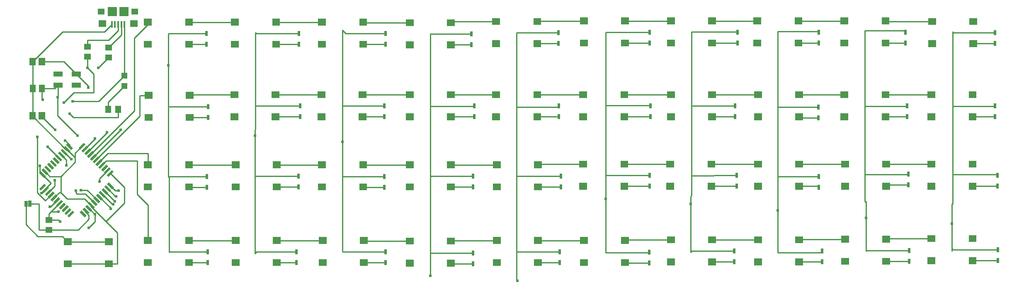
<source format=gtl>
G04 Layer: TopLayer*
G04 EasyEDA v6.4.32, 2022-03-07 19:42:49*
G04 6d175750cd924158a65b80fb6ee35e85,2ace594c3a204291bb7abb2ca186b691,10*
G04 Gerber Generator version 0.2*
G04 Scale: 100 percent, Rotated: No, Reflected: No *
G04 Dimensions in millimeters *
G04 leading zeros omitted , absolute positions ,4 integer and 5 decimal *
%FSLAX45Y45*%
%MOMM*%

%ADD10C,0.2540*%
%ADD11C,0.6096*%
%ADD12R,1.3005X1.5011*%
%ADD13R,0.5994X1.0008*%
%ADD14R,1.1989X1.1989*%
%ADD15R,1.4699X1.1600*%
%ADD18R,0.6350X1.2700*%
%ADD21R,1.6002X1.3995*%
%ADD22R,1.4503X1.3005*%
%ADD23R,1.8999X1.8999*%
%ADD24R,0.3988X1.3487*%
%ADD25R,1.8999X1.0998*%

%LPD*%
D10*
X2204872Y3270935D02*
G01*
X3111500Y4177563D01*
X3111500Y5664200D01*
X3389975Y5942675D01*
X3389975Y5990780D01*
X5167985Y5990795D02*
G01*
X4229978Y5990780D01*
X6007988Y5990795D02*
G01*
X6945993Y5990798D01*
X7785996Y5990798D02*
G01*
X7798699Y5978095D01*
X8736698Y5978095D01*
X9576676Y5978095D02*
G01*
X9602066Y6003485D01*
X10501975Y6003485D01*
X11341978Y6003485D02*
G01*
X11354683Y6016190D01*
X12292688Y6016190D01*
X13132691Y6016190D02*
G01*
X14070677Y6016185D01*
X14910816Y6016244D02*
G01*
X14910561Y6016244D01*
X14910681Y6016185D02*
G01*
X15835988Y6016190D01*
X18453999Y6016188D02*
G01*
X18466681Y6003505D01*
X19404683Y6003505D01*
X16675991Y6016190D02*
G01*
X17613995Y6016188D01*
X2319985Y3159785D02*
G01*
X3225800Y4065600D01*
X3225800Y4483100D01*
X3234898Y4492198D01*
X3402693Y4492198D01*
X2376677Y3105150D02*
G01*
X2573527Y3302000D01*
X3389884Y3300984D01*
X3389884Y3069844D01*
X2435097Y3048635D02*
G01*
X2536063Y3149600D01*
X3175000Y3149600D01*
X3175000Y2463800D01*
X3389995Y2248804D01*
X3389995Y1520403D01*
X1723440Y3375710D02*
G01*
X1036330Y4062821D01*
X1036330Y4076697D01*
X1036330Y4076697D02*
G01*
X1036320Y4635505D01*
X1036320Y4635505D02*
G01*
X1036314Y5181587D01*
X2223134Y2225802D02*
G01*
X2223134Y2221864D01*
X2768600Y1676400D01*
X2768600Y1041400D01*
X2764993Y1045006D01*
X2591688Y1045006D01*
X1751711Y1045006D02*
G01*
X2591688Y1045006D01*
X2591688Y1494993D02*
G01*
X1751685Y1494993D01*
X2847340Y5943600D02*
G01*
X2847340Y5730255D01*
X2590810Y5473725D01*
X2781300Y5943600D02*
G01*
X2781300Y5816600D01*
X2590800Y5626100D01*
X2159000Y5626100D01*
X2158982Y5486377D01*
X2111959Y2110689D02*
G01*
X2184400Y2038248D01*
X2184400Y1955800D01*
X1968525Y1739925D01*
X1371615Y1739925D01*
X980439Y2273300D02*
G01*
X1168400Y2273300D01*
X1168400Y1739900D01*
X1371600Y1739900D01*
X1751685Y1494993D02*
G01*
X1646478Y1600200D01*
X1143000Y1600200D01*
X899160Y1844039D01*
X899160Y2273300D01*
X1437878Y2137750D02*
G01*
X1371615Y2071486D01*
X1371615Y1943125D01*
X1584756Y2284628D02*
G01*
X1437878Y2137750D01*
X2908302Y4892032D02*
G01*
X2910840Y4894569D01*
X2910840Y5943600D01*
X2908302Y4683752D02*
G01*
X2578102Y4353552D01*
X2578102Y4203700D01*
X2651759Y5943600D02*
G01*
X2499359Y5791200D01*
X1651000Y5791200D01*
X1041387Y5181587D01*
X1036314Y5181587D01*
X2374900Y5054600D02*
G01*
X2590810Y5270510D01*
X2158982Y5283177D02*
G01*
X2159000Y5283159D01*
X2159000Y5054600D01*
X1528114Y2339314D02*
G01*
X1398600Y2209800D01*
X1384300Y2209800D01*
X1498600Y3784600D02*
G01*
X1224290Y4058909D01*
X1224290Y4076697D01*
X1244600Y4406900D02*
G01*
X1224279Y4427220D01*
X1224279Y4635505D01*
X1554479Y4699000D02*
G01*
X1490985Y4635505D01*
X1224279Y4635505D01*
X1224274Y5181587D02*
G01*
X1671332Y5181587D01*
X1925320Y4927600D01*
X1925320Y4927600D02*
G01*
X2171700Y4681220D01*
X2171700Y4648200D01*
X2019300Y2552700D02*
G01*
X2147900Y2552700D01*
X2346985Y2353614D01*
X18453999Y4504903D02*
G01*
X19391977Y4504893D01*
X16688701Y4504898D02*
G01*
X17613995Y4504903D01*
X14910691Y4504890D02*
G01*
X15848698Y4504898D01*
X13119991Y4504893D02*
G01*
X14070688Y4504890D01*
X11341999Y4504893D02*
G01*
X12279988Y4504893D01*
X9576678Y4504885D02*
G01*
X10501995Y4504893D01*
X7773291Y4504885D02*
G01*
X8736675Y4504885D01*
X5995283Y4504883D02*
G01*
X6933288Y4504885D01*
X4242696Y4492198D02*
G01*
X4255381Y4504883D01*
X5155280Y4504883D01*
X4229986Y3069788D02*
G01*
X5180688Y3069795D01*
X6020691Y3069795D02*
G01*
X6945985Y3069793D01*
X4229999Y1520403D02*
G01*
X5180695Y1520393D01*
X6020699Y1520393D02*
G01*
X6958688Y1520385D01*
X7785988Y3069793D02*
G01*
X8736698Y3069793D01*
X7798691Y1520385D02*
G01*
X7811381Y1507695D01*
X8736675Y1507695D01*
X9576678Y1507695D02*
G01*
X9589371Y1520388D01*
X10514683Y1520388D01*
X9576701Y3069793D02*
G01*
X10514695Y3069793D01*
X11354699Y3069793D02*
G01*
X11367399Y3082493D01*
X12279980Y3082493D01*
X11354686Y1520388D02*
G01*
X12292677Y1520385D01*
X13132681Y1520385D02*
G01*
X13145399Y1533103D01*
X14070677Y1533103D01*
X13119983Y3082493D02*
G01*
X14057980Y3082498D01*
X14897983Y3082498D02*
G01*
X15848683Y3082480D01*
X16688691Y1533085D02*
G01*
X16701394Y1545788D01*
X17626690Y1545788D01*
X18466694Y1545788D02*
G01*
X18479394Y1558488D01*
X19391975Y1558488D01*
X19391988Y3082483D02*
G01*
X18466686Y3082485D01*
X17626683Y3082485D02*
G01*
X16688686Y3082480D01*
X2276043Y3227171D02*
G01*
X2387600Y3338728D01*
X2387600Y3340100D01*
X3810000Y5105400D02*
G01*
X3810000Y5753100D01*
X3817607Y5760707D01*
X4584705Y5760707D01*
X4229861Y5540755D02*
G01*
X4584700Y5542279D01*
X4242815Y4042155D02*
G01*
X4622800Y4043679D01*
X3810000Y5105400D02*
G01*
X3810000Y4267200D01*
X3815079Y4262120D01*
X4622800Y4262120D01*
X4230115Y1070355D02*
G01*
X4610100Y1071879D01*
X3810000Y4267200D02*
G01*
X3810000Y2819400D01*
X3817620Y2827020D01*
X4597400Y2827020D01*
X3817620Y2827020D02*
G01*
X3822700Y2821939D01*
X3822700Y1282700D01*
X3830320Y1290320D01*
X4610100Y1290320D01*
X4229986Y2619801D02*
G01*
X4241208Y2608579D01*
X4597400Y2608579D01*
X14910681Y1533103D02*
G01*
X15848688Y1533085D01*
X2623997Y2640456D02*
G01*
X2724454Y2540000D01*
X2794000Y2540000D01*
X2569311Y2583814D02*
G01*
X2727426Y2425700D01*
X2743200Y2425700D01*
X2512847Y2525369D02*
G01*
X2714116Y2324100D01*
X2717800Y2324100D01*
X16256000Y2133600D02*
G01*
X16256000Y2400300D01*
X2458135Y2468727D02*
G01*
X2666263Y2260600D01*
X2679700Y2260600D01*
X18059400Y1981200D02*
G01*
X18059400Y2324100D01*
X2401671Y2410256D02*
G01*
X2628900Y2183028D01*
X2628900Y2171700D01*
X19812000Y1866900D02*
G01*
X19812000Y2273300D01*
X2276093Y3227070D02*
G01*
X2832100Y3784600D01*
X2160930Y3338347D02*
G01*
X2552700Y3730117D01*
X2552700Y3733800D01*
X2102459Y3394811D02*
G01*
X2311400Y3603752D01*
X2311400Y3606800D01*
X7366000Y3543300D02*
G01*
X7366000Y3784600D01*
X5575300Y3670300D02*
G01*
X5575300Y1257300D01*
X5608317Y1290317D01*
X6426200Y1290317D01*
X6020815Y1070355D02*
G01*
X6426200Y1071879D01*
X6020815Y2619755D02*
G01*
X6464300Y2621279D01*
X6464300Y2839720D02*
G01*
X5575300Y2840736D01*
X6502400Y4274820D02*
G01*
X5588000Y4276852D01*
X5995161Y4054855D02*
G01*
X6502400Y4056379D01*
X6008115Y5540755D02*
G01*
X6477000Y5542279D01*
X5575300Y3670300D02*
G01*
X5575300Y3784600D01*
X5588000Y3797300D01*
X5588000Y5778500D01*
X5605790Y5760709D01*
X6477010Y5760709D01*
X7366000Y3543300D02*
G01*
X7366000Y1295400D01*
X7371069Y1290330D01*
X8242287Y1290330D01*
X7798815Y1070355D02*
G01*
X8242300Y1071879D01*
X7785988Y2619806D02*
G01*
X7797213Y2608582D01*
X8216892Y2608582D01*
X8216900Y2827020D02*
G01*
X7366000Y2825750D01*
X7773415Y4054855D02*
G01*
X8216900Y4056379D01*
X7366000Y4278688D02*
G01*
X7369868Y4274820D01*
X8216907Y4274820D01*
X7786115Y5540755D02*
G01*
X8242300Y5542279D01*
X7366000Y3543300D02*
G01*
X7366000Y5829300D01*
X7434592Y5760707D01*
X8242302Y5760707D01*
X1679676Y3329939D02*
G01*
X1821916Y3187700D01*
X1828800Y3187700D01*
X2292299Y2296972D02*
G01*
X2112772Y2476500D01*
X1943100Y2476500D01*
X1917700Y2501900D01*
X1917700Y2540000D01*
X1549400Y4457700D02*
G01*
X1554479Y4462779D01*
X1554479Y4699000D01*
X1624964Y3273297D02*
G01*
X1727200Y3171062D01*
X1727200Y3060700D01*
X14478000Y2273300D02*
G01*
X14478000Y2425700D01*
X14490700Y2438400D01*
X14490700Y5791200D01*
X19812000Y1866900D02*
G01*
X19812000Y1308100D01*
X9576561Y5528055D02*
G01*
X9994900Y5529579D01*
X9156700Y800100D02*
G01*
X9156700Y5753100D01*
X9161779Y5748020D01*
X9994889Y5748020D01*
X9576561Y4054855D02*
G01*
X10058400Y4056379D01*
X10058405Y4274809D02*
G01*
X10052133Y4268538D01*
X9156700Y4268538D01*
X9576815Y2619755D02*
G01*
X10033000Y2621279D01*
X9156700Y2823679D02*
G01*
X9172735Y2839714D01*
X10032992Y2839714D01*
X10033000Y1264920D02*
G01*
X9156700Y1267205D01*
X9576678Y1057709D02*
G01*
X9587908Y1046479D01*
X10032997Y1046479D01*
X11354561Y1070355D02*
G01*
X11798300Y1071879D01*
X11798305Y1290322D02*
G01*
X11793075Y1285092D01*
X10922000Y1285092D01*
X11354815Y2619755D02*
G01*
X11823700Y2621279D01*
X11823710Y2839725D02*
G01*
X11820921Y2842513D01*
X10922000Y2842513D01*
X11342115Y4054855D02*
G01*
X11785600Y4056379D01*
X11785605Y4274809D02*
G01*
X11766649Y4255853D01*
X10922000Y4255853D01*
X10934700Y698500D02*
G01*
X10922000Y711200D01*
X10922000Y5778500D01*
X10927087Y5773412D01*
X11772897Y5773412D01*
X11341861Y5553455D02*
G01*
X11772900Y5554979D01*
X12738100Y2374900D02*
G01*
X12738100Y5778500D01*
X12745714Y5786114D01*
X13639794Y5786114D01*
X13639800Y5567679D02*
G01*
X13132816Y5566155D01*
X13652510Y4274822D02*
G01*
X13644628Y4282704D01*
X12738100Y4282704D01*
X13652500Y4056379D02*
G01*
X13120116Y4054855D01*
X13639800Y2633979D02*
G01*
X13119861Y2632455D01*
X13639800Y2852420D02*
G01*
X12738100Y2852928D01*
X13627102Y1277625D02*
G01*
X13619477Y1270000D01*
X12738100Y1270000D01*
X12738100Y2374900D01*
X13132681Y1070399D02*
G01*
X13143895Y1059185D01*
X13627102Y1059185D01*
X14910561Y1083055D02*
G01*
X15367000Y1084579D01*
X14478000Y2273300D02*
G01*
X14478000Y1282664D01*
X14498365Y1303030D01*
X15367007Y1303030D01*
X14897861Y2632455D02*
G01*
X15417800Y2633979D01*
X15417800Y2852420D02*
G01*
X14490700Y2850642D01*
X14910816Y4054855D02*
G01*
X15379700Y4056379D01*
X15379689Y4274827D02*
G01*
X15374617Y4279900D01*
X14490700Y4279900D01*
X15430500Y5567679D02*
G01*
X14910561Y5566155D01*
X15430505Y5786130D02*
G01*
X15425435Y5791200D01*
X14490700Y5791200D01*
X17094192Y5786112D02*
G01*
X17076404Y5803900D01*
X16256000Y5803900D01*
X16256000Y2133600D01*
X16676116Y5566155D02*
G01*
X17094200Y5567679D01*
X17081505Y4249417D02*
G01*
X17076422Y4254500D01*
X16243300Y4254500D01*
X16688701Y4054911D02*
G01*
X16712636Y4030977D01*
X17081505Y4030977D01*
X17094189Y2608579D02*
G01*
X17070250Y2632519D01*
X16688686Y2632519D01*
X17094200Y2827020D02*
G01*
X16256000Y2829052D01*
X17157707Y1303007D02*
G01*
X17124700Y1270000D01*
X16256000Y1270000D01*
X16256000Y2133600D01*
X16688816Y1083055D02*
G01*
X17157700Y1084579D01*
X18466816Y1095755D02*
G01*
X18935700Y1097279D01*
X18059400Y1981200D02*
G01*
X18059400Y1308100D01*
X18067032Y1315732D01*
X18935697Y1315732D01*
X18466686Y2632499D02*
G01*
X18493559Y2659372D01*
X18922997Y2659372D01*
X18922997Y2877812D02*
G01*
X18920020Y2874835D01*
X18034000Y2874835D01*
X18454116Y4054855D02*
G01*
X18897600Y4056379D01*
X18897589Y4274832D02*
G01*
X18894592Y4271835D01*
X18034000Y4271835D01*
X18454116Y5566155D02*
G01*
X18859500Y5567679D01*
X18859489Y5786120D02*
G01*
X18829009Y5816600D01*
X18034000Y5816600D01*
X18034000Y2322222D01*
X18059400Y2296822D01*
X18059400Y1981200D01*
X19812000Y1866900D02*
G01*
X19812000Y2258791D01*
X19824700Y2271491D01*
X19824700Y5791200D01*
X19842477Y5773422D01*
X20688300Y5773422D01*
X20244561Y5553455D02*
G01*
X20688300Y5554979D01*
X20688289Y4274822D02*
G01*
X20681342Y4267875D01*
X19824700Y4267875D01*
X20231861Y4054855D02*
G01*
X20688300Y4056379D01*
X20232116Y2632455D02*
G01*
X20739100Y2633979D01*
X20739100Y2852409D02*
G01*
X20720634Y2870875D01*
X19824700Y2870875D01*
X20231861Y1108455D02*
G01*
X20751800Y1109979D01*
X19812000Y1356281D02*
G01*
X19839868Y1328412D01*
X20751792Y1328412D01*
X1485900Y2755900D02*
G01*
X1485900Y2634716D01*
X1356360Y2505176D01*
X1955800Y3670300D02*
G01*
X1549400Y4076700D01*
X1549400Y4457700D01*
X2181123Y2181860D02*
G01*
X2305583Y2057400D01*
X2311400Y2057400D01*
X2400300Y2730500D02*
G01*
X2400300Y2787548D01*
X2562910Y2950159D01*
X2619552Y2895472D02*
G01*
X2908300Y2606725D01*
X2908300Y2287148D01*
X2533075Y1911924D01*
X2311400Y2057400D02*
G01*
X2311400Y1905000D01*
X2184400Y1778000D01*
X1600200Y1905000D02*
G01*
X1562074Y1943125D01*
X1371615Y1943125D01*
X1471472Y2394000D02*
G01*
X1579371Y2501900D01*
X1612900Y2501900D01*
X1739900Y2374900D01*
X2099436Y2374900D01*
X2235834Y2238502D01*
X1291488Y2927959D02*
G01*
X1387347Y2832100D01*
X1612900Y2832100D01*
X1612900Y2501900D01*
X1736140Y3388410D02*
G01*
X1905000Y3219551D01*
X1905000Y3308654D01*
X2045843Y3449497D01*
X1905000Y3243488D02*
G01*
X1905000Y3124200D01*
X1612900Y2832100D01*
X1236802Y2871343D02*
G01*
X1409700Y2698445D01*
X1409700Y2692400D01*
X1297889Y2580589D01*
X1297889Y2561640D01*
X1413002Y2450464D02*
G01*
X1409064Y2450464D01*
X1295400Y2336800D01*
X1130300Y2501900D01*
X1130300Y3644900D01*
X1676400Y4343400D02*
G01*
X1879600Y4546600D01*
X2286000Y4546600D01*
X2286000Y4927600D01*
X2159000Y5054600D01*
X1297889Y2561640D02*
G01*
X1225448Y2489200D01*
X1219200Y2489200D01*
X1562100Y2108200D02*
G01*
X1409192Y2109215D01*
X1236802Y2871343D02*
G01*
X1181100Y2927045D01*
X1181100Y3048000D01*
X1701800Y3568700D02*
G01*
X1790827Y3479672D01*
X1790827Y3445052D01*
X1568500Y3214827D02*
G01*
X1346200Y3437128D01*
X1346200Y3441700D01*
X1790700Y4114800D02*
G01*
X1866900Y4038600D01*
X2781300Y4038600D01*
X2781302Y4203700D01*
X1854200Y4368800D02*
G01*
X2385070Y4368800D01*
X2908302Y4892032D01*
G36*
X971295Y5256656D02*
G01*
X1101344Y5256656D01*
X1101344Y5106543D01*
X971295Y5106543D01*
G37*
G36*
X1159255Y5256656D02*
G01*
X1289304Y5256656D01*
X1289304Y5106543D01*
X1159255Y5106543D01*
G37*
D12*
G01*
X1224279Y4635500D03*
G01*
X1036320Y4635500D03*
G36*
X971295Y4151756D02*
G01*
X1101344Y4151756D01*
X1101344Y4001643D01*
X971295Y4001643D01*
G37*
G36*
X1159255Y4151756D02*
G01*
X1289304Y4151756D01*
X1289304Y4001643D01*
X1159255Y4001643D01*
G37*
D13*
G01*
X4584700Y5760720D03*
G01*
X4584700Y5542279D03*
G01*
X4622800Y4262120D03*
G01*
X4622800Y4043679D03*
G01*
X4597400Y2827020D03*
G01*
X4597400Y2608579D03*
G01*
X4610100Y1290320D03*
G01*
X4610100Y1071879D03*
G01*
X6477000Y5760720D03*
G01*
X6477000Y5542279D03*
G01*
X6502400Y4274820D03*
G01*
X6502400Y4056379D03*
G01*
X6464300Y2839720D03*
G01*
X6464300Y2621279D03*
G01*
X6426200Y1290320D03*
G01*
X6426200Y1071879D03*
G01*
X8242300Y5760720D03*
G01*
X8242300Y5542279D03*
G01*
X8216900Y4274820D03*
G01*
X8216900Y4056379D03*
G01*
X8216900Y2827020D03*
G01*
X8216900Y2608579D03*
G01*
X8242300Y1290320D03*
G01*
X8242300Y1071879D03*
G01*
X9994900Y5748020D03*
G01*
X9994900Y5529579D03*
G01*
X10058400Y4274820D03*
G01*
X10058400Y4056379D03*
G01*
X10033000Y2839720D03*
G01*
X10033000Y2621279D03*
G01*
X10033000Y1264920D03*
G01*
X10033000Y1046479D03*
G01*
X11772900Y5773420D03*
G01*
X11772900Y5554979D03*
G01*
X11785600Y4274820D03*
G01*
X11785600Y4056379D03*
G01*
X11823700Y2839720D03*
G01*
X11823700Y2621279D03*
G01*
X11798300Y1290320D03*
G01*
X11798300Y1071879D03*
G01*
X13639800Y5786120D03*
G01*
X13639800Y5567679D03*
G01*
X13652500Y4274820D03*
G01*
X13652500Y4056379D03*
G01*
X13639800Y2852420D03*
G01*
X13639800Y2633979D03*
G01*
X13627100Y1277620D03*
G01*
X13627100Y1059179D03*
G01*
X15430500Y5786120D03*
G01*
X15430500Y5567679D03*
G01*
X15379700Y4274820D03*
G01*
X15379700Y4056379D03*
G01*
X15417800Y2852420D03*
G01*
X15417800Y2633979D03*
G01*
X15367000Y1303020D03*
G01*
X15367000Y1084579D03*
G01*
X17094200Y5786120D03*
G01*
X17094200Y5567679D03*
G01*
X17081500Y4249420D03*
G01*
X17081500Y4030979D03*
G01*
X17094200Y2827020D03*
G01*
X17094200Y2608579D03*
G01*
X17157700Y1303020D03*
G01*
X17157700Y1084579D03*
G01*
X18859500Y5786120D03*
G01*
X18859500Y5567679D03*
G01*
X18897600Y4274820D03*
G01*
X18897600Y4056379D03*
G01*
X18923000Y2877820D03*
G01*
X18923000Y2659379D03*
G01*
X18935700Y1315720D03*
G01*
X18935700Y1097279D03*
G01*
X20688300Y5773420D03*
G01*
X20688300Y5554979D03*
G01*
X20688300Y4274820D03*
G01*
X20688300Y4056379D03*
G01*
X20739100Y2852420D03*
G01*
X20739100Y2633979D03*
G01*
X20751800Y1328420D03*
G01*
X20751800Y1109979D03*
D14*
G01*
X2908300Y4683760D03*
G01*
X2908300Y4892039D03*
D15*
G01*
X2590825Y5270500D03*
G01*
X2590825Y5473700D03*
G01*
X2159000Y5486374D03*
G01*
X2159000Y5283174D03*
G01*
X1371625Y1739900D03*
G01*
X1371625Y1943100D03*
G36*
X2520111Y4277182D02*
G01*
X2636113Y4277182D01*
X2636113Y4130192D01*
X2520111Y4130192D01*
G37*
G36*
X2723311Y4277182D02*
G01*
X2839313Y4277182D01*
X2839313Y4130192D01*
X2723311Y4130192D01*
G37*
G36*
X1671701Y1115009D02*
G01*
X1831695Y1115009D01*
X1831695Y975004D01*
X1671701Y975004D01*
G37*
G36*
X2511679Y1115009D02*
G01*
X2671699Y1115009D01*
X2671699Y975004D01*
X2511679Y975004D01*
G37*
G36*
X1671675Y1564995D02*
G01*
X1831695Y1564995D01*
X1831695Y1424990D01*
X1671675Y1424990D01*
G37*
G36*
X2511679Y1564995D02*
G01*
X2671699Y1564995D01*
X2671699Y1424990D01*
X2511679Y1424990D01*
G37*
G36*
X3310000Y5610809D02*
G01*
X3469995Y5610809D01*
X3469995Y5470804D01*
X3310000Y5470804D01*
G37*
G36*
X4149979Y5610809D02*
G01*
X4309999Y5610809D01*
X4309999Y5470804D01*
X4149979Y5470804D01*
G37*
G36*
X3309975Y6060795D02*
G01*
X3469995Y6060795D01*
X3469995Y5920790D01*
X3309975Y5920790D01*
G37*
G36*
X4149979Y6060795D02*
G01*
X4309999Y6060795D01*
X4309999Y5920790D01*
X4149979Y5920790D01*
G37*
G36*
X3322700Y4112209D02*
G01*
X3482695Y4112209D01*
X3482695Y3972204D01*
X3322700Y3972204D01*
G37*
G36*
X4162679Y4112209D02*
G01*
X4322699Y4112209D01*
X4322699Y3972204D01*
X4162679Y3972204D01*
G37*
G36*
X3322675Y4562195D02*
G01*
X3482695Y4562195D01*
X3482695Y4422190D01*
X3322675Y4422190D01*
G37*
G36*
X4162679Y4562195D02*
G01*
X4322699Y4562195D01*
X4322699Y4422190D01*
X4162679Y4422190D01*
G37*
G36*
X3310000Y2689809D02*
G01*
X3469995Y2689809D01*
X3469995Y2549804D01*
X3310000Y2549804D01*
G37*
G36*
X4149979Y2689809D02*
G01*
X4309999Y2689809D01*
X4309999Y2549804D01*
X4149979Y2549804D01*
G37*
G36*
X3309975Y3139795D02*
G01*
X3469995Y3139795D01*
X3469995Y2999790D01*
X3309975Y2999790D01*
G37*
G36*
X4149979Y3139795D02*
G01*
X4309999Y3139795D01*
X4309999Y2999790D01*
X4149979Y2999790D01*
G37*
G36*
X3310000Y1140409D02*
G01*
X3469995Y1140409D01*
X3469995Y1000404D01*
X3310000Y1000404D01*
G37*
G36*
X4149979Y1140409D02*
G01*
X4309999Y1140409D01*
X4309999Y1000404D01*
X4149979Y1000404D01*
G37*
G36*
X3309975Y1590395D02*
G01*
X3469995Y1590395D01*
X3469995Y1450390D01*
X3309975Y1450390D01*
G37*
G36*
X4149979Y1590395D02*
G01*
X4309999Y1590395D01*
X4309999Y1450390D01*
X4149979Y1450390D01*
G37*
G36*
X5088000Y5610809D02*
G01*
X5247995Y5610809D01*
X5247995Y5470804D01*
X5088000Y5470804D01*
G37*
G36*
X5927979Y5610809D02*
G01*
X6087999Y5610809D01*
X6087999Y5470804D01*
X5927979Y5470804D01*
G37*
G36*
X5087975Y6060795D02*
G01*
X5247995Y6060795D01*
X5247995Y5920790D01*
X5087975Y5920790D01*
G37*
G36*
X5927979Y6060795D02*
G01*
X6087999Y6060795D01*
X6087999Y5920790D01*
X5927979Y5920790D01*
G37*
G36*
X5075300Y4124909D02*
G01*
X5235295Y4124909D01*
X5235295Y3984904D01*
X5075300Y3984904D01*
G37*
G36*
X5915279Y4124909D02*
G01*
X6075299Y4124909D01*
X6075299Y3984904D01*
X5915279Y3984904D01*
G37*
G36*
X5075275Y4574895D02*
G01*
X5235295Y4574895D01*
X5235295Y4434890D01*
X5075275Y4434890D01*
G37*
G36*
X5915279Y4574895D02*
G01*
X6075299Y4574895D01*
X6075299Y4434890D01*
X5915279Y4434890D01*
G37*
G36*
X5100700Y2689809D02*
G01*
X5260695Y2689809D01*
X5260695Y2549804D01*
X5100700Y2549804D01*
G37*
G36*
X5940679Y2689809D02*
G01*
X6100699Y2689809D01*
X6100699Y2549804D01*
X5940679Y2549804D01*
G37*
G36*
X5100675Y3139795D02*
G01*
X5260695Y3139795D01*
X5260695Y2999790D01*
X5100675Y2999790D01*
G37*
G36*
X5940679Y3139795D02*
G01*
X6100699Y3139795D01*
X6100699Y2999790D01*
X5940679Y2999790D01*
G37*
G36*
X5100700Y1140409D02*
G01*
X5260695Y1140409D01*
X5260695Y1000404D01*
X5100700Y1000404D01*
G37*
G36*
X5940679Y1140409D02*
G01*
X6100699Y1140409D01*
X6100699Y1000404D01*
X5940679Y1000404D01*
G37*
G36*
X5100675Y1590395D02*
G01*
X5260695Y1590395D01*
X5260695Y1450390D01*
X5100675Y1450390D01*
G37*
G36*
X5940679Y1590395D02*
G01*
X6100699Y1590395D01*
X6100699Y1450390D01*
X5940679Y1450390D01*
G37*
G36*
X6866000Y5610809D02*
G01*
X7025995Y5610809D01*
X7025995Y5470804D01*
X6866000Y5470804D01*
G37*
G36*
X7705979Y5610809D02*
G01*
X7865999Y5610809D01*
X7865999Y5470804D01*
X7705979Y5470804D01*
G37*
G36*
X6865975Y6060795D02*
G01*
X7025995Y6060795D01*
X7025995Y5920790D01*
X6865975Y5920790D01*
G37*
G36*
X7705979Y6060795D02*
G01*
X7865999Y6060795D01*
X7865999Y5920790D01*
X7705979Y5920790D01*
G37*
G36*
X6853300Y4124909D02*
G01*
X7013295Y4124909D01*
X7013295Y3984904D01*
X6853300Y3984904D01*
G37*
G36*
X7693279Y4124909D02*
G01*
X7853299Y4124909D01*
X7853299Y3984904D01*
X7693279Y3984904D01*
G37*
G36*
X6853275Y4574895D02*
G01*
X7013295Y4574895D01*
X7013295Y4434890D01*
X6853275Y4434890D01*
G37*
G36*
X7693279Y4574895D02*
G01*
X7853299Y4574895D01*
X7853299Y4434890D01*
X7693279Y4434890D01*
G37*
G36*
X6866000Y2689809D02*
G01*
X7025995Y2689809D01*
X7025995Y2549804D01*
X6866000Y2549804D01*
G37*
G36*
X7705979Y2689809D02*
G01*
X7865999Y2689809D01*
X7865999Y2549804D01*
X7705979Y2549804D01*
G37*
G36*
X6865975Y3139795D02*
G01*
X7025995Y3139795D01*
X7025995Y2999790D01*
X6865975Y2999790D01*
G37*
G36*
X7705979Y3139795D02*
G01*
X7865999Y3139795D01*
X7865999Y2999790D01*
X7705979Y2999790D01*
G37*
G36*
X6878700Y1140409D02*
G01*
X7038695Y1140409D01*
X7038695Y1000404D01*
X6878700Y1000404D01*
G37*
G36*
X7718679Y1140409D02*
G01*
X7878699Y1140409D01*
X7878699Y1000404D01*
X7718679Y1000404D01*
G37*
G36*
X6878675Y1590395D02*
G01*
X7038695Y1590395D01*
X7038695Y1450390D01*
X6878675Y1450390D01*
G37*
G36*
X7718679Y1590395D02*
G01*
X7878699Y1590395D01*
X7878699Y1450390D01*
X7718679Y1450390D01*
G37*
G36*
X8656700Y5598109D02*
G01*
X8816695Y5598109D01*
X8816695Y5458104D01*
X8656700Y5458104D01*
G37*
G36*
X9496679Y5598109D02*
G01*
X9656699Y5598109D01*
X9656699Y5458104D01*
X9496679Y5458104D01*
G37*
G36*
X8656675Y6048095D02*
G01*
X8816695Y6048095D01*
X8816695Y5908090D01*
X8656675Y5908090D01*
G37*
G36*
X9496679Y6048095D02*
G01*
X9656699Y6048095D01*
X9656699Y5908090D01*
X9496679Y5908090D01*
G37*
G36*
X8656700Y4124909D02*
G01*
X8816695Y4124909D01*
X8816695Y3984904D01*
X8656700Y3984904D01*
G37*
G36*
X9496679Y4124909D02*
G01*
X9656699Y4124909D01*
X9656699Y3984904D01*
X9496679Y3984904D01*
G37*
G36*
X8656675Y4574895D02*
G01*
X8816695Y4574895D01*
X8816695Y4434890D01*
X8656675Y4434890D01*
G37*
G36*
X9496679Y4574895D02*
G01*
X9656699Y4574895D01*
X9656699Y4434890D01*
X9496679Y4434890D01*
G37*
G36*
X8656700Y2689809D02*
G01*
X8816695Y2689809D01*
X8816695Y2549804D01*
X8656700Y2549804D01*
G37*
G36*
X9496679Y2689809D02*
G01*
X9656699Y2689809D01*
X9656699Y2549804D01*
X9496679Y2549804D01*
G37*
G36*
X8656675Y3139795D02*
G01*
X8816695Y3139795D01*
X8816695Y2999790D01*
X8656675Y2999790D01*
G37*
G36*
X9496679Y3139795D02*
G01*
X9656699Y3139795D01*
X9656699Y2999790D01*
X9496679Y2999790D01*
G37*
G36*
X8656700Y1127709D02*
G01*
X8816695Y1127709D01*
X8816695Y987704D01*
X8656700Y987704D01*
G37*
G36*
X9496679Y1127709D02*
G01*
X9656699Y1127709D01*
X9656699Y987704D01*
X9496679Y987704D01*
G37*
G36*
X8656675Y1577695D02*
G01*
X8816695Y1577695D01*
X8816695Y1437690D01*
X8656675Y1437690D01*
G37*
G36*
X9496679Y1577695D02*
G01*
X9656699Y1577695D01*
X9656699Y1437690D01*
X9496679Y1437690D01*
G37*
G36*
X10422000Y5623509D02*
G01*
X10581995Y5623509D01*
X10581995Y5483504D01*
X10422000Y5483504D01*
G37*
G36*
X11261979Y5623509D02*
G01*
X11421999Y5623509D01*
X11421999Y5483504D01*
X11261979Y5483504D01*
G37*
G36*
X10421975Y6073495D02*
G01*
X10581995Y6073495D01*
X10581995Y5933490D01*
X10421975Y5933490D01*
G37*
G36*
X11261979Y6073495D02*
G01*
X11421999Y6073495D01*
X11421999Y5933490D01*
X11261979Y5933490D01*
G37*
G36*
X10422000Y4124909D02*
G01*
X10581995Y4124909D01*
X10581995Y3984904D01*
X10422000Y3984904D01*
G37*
G36*
X11261979Y4124909D02*
G01*
X11421999Y4124909D01*
X11421999Y3984904D01*
X11261979Y3984904D01*
G37*
G36*
X10421975Y4574895D02*
G01*
X10581995Y4574895D01*
X10581995Y4434890D01*
X10421975Y4434890D01*
G37*
G36*
X11261979Y4574895D02*
G01*
X11421999Y4574895D01*
X11421999Y4434890D01*
X11261979Y4434890D01*
G37*
G36*
X10434700Y2689809D02*
G01*
X10594695Y2689809D01*
X10594695Y2549804D01*
X10434700Y2549804D01*
G37*
G36*
X11274679Y2689809D02*
G01*
X11434699Y2689809D01*
X11434699Y2549804D01*
X11274679Y2549804D01*
G37*
G36*
X10434675Y3139795D02*
G01*
X10594695Y3139795D01*
X10594695Y2999790D01*
X10434675Y2999790D01*
G37*
G36*
X11274679Y3139795D02*
G01*
X11434699Y3139795D01*
X11434699Y2999790D01*
X11274679Y2999790D01*
G37*
G36*
X10434700Y1140409D02*
G01*
X10594695Y1140409D01*
X10594695Y1000404D01*
X10434700Y1000404D01*
G37*
G36*
X11274679Y1140409D02*
G01*
X11434699Y1140409D01*
X11434699Y1000404D01*
X11274679Y1000404D01*
G37*
G36*
X10434675Y1590395D02*
G01*
X10594695Y1590395D01*
X10594695Y1450390D01*
X10434675Y1450390D01*
G37*
G36*
X11274679Y1590395D02*
G01*
X11434699Y1590395D01*
X11434699Y1450390D01*
X11274679Y1450390D01*
G37*
G36*
X12212700Y5636209D02*
G01*
X12372695Y5636209D01*
X12372695Y5496204D01*
X12212700Y5496204D01*
G37*
G36*
X13052679Y5636209D02*
G01*
X13212699Y5636209D01*
X13212699Y5496204D01*
X13052679Y5496204D01*
G37*
G36*
X12212675Y6086195D02*
G01*
X12372695Y6086195D01*
X12372695Y5946190D01*
X12212675Y5946190D01*
G37*
G36*
X13052679Y6086195D02*
G01*
X13212699Y6086195D01*
X13212699Y5946190D01*
X13052679Y5946190D01*
G37*
G36*
X12200000Y4124909D02*
G01*
X12359995Y4124909D01*
X12359995Y3984904D01*
X12200000Y3984904D01*
G37*
G36*
X13039979Y4124909D02*
G01*
X13199999Y4124909D01*
X13199999Y3984904D01*
X13039979Y3984904D01*
G37*
G36*
X12199975Y4574895D02*
G01*
X12359995Y4574895D01*
X12359995Y4434890D01*
X12199975Y4434890D01*
G37*
G36*
X13039979Y4574895D02*
G01*
X13199999Y4574895D01*
X13199999Y4434890D01*
X13039979Y4434890D01*
G37*
G36*
X12200000Y2702509D02*
G01*
X12359995Y2702509D01*
X12359995Y2562504D01*
X12200000Y2562504D01*
G37*
G36*
X13039979Y2702509D02*
G01*
X13199999Y2702509D01*
X13199999Y2562504D01*
X13039979Y2562504D01*
G37*
G36*
X12199975Y3152495D02*
G01*
X12359995Y3152495D01*
X12359995Y3012490D01*
X12199975Y3012490D01*
G37*
G36*
X13039979Y3152495D02*
G01*
X13199999Y3152495D01*
X13199999Y3012490D01*
X13039979Y3012490D01*
G37*
G36*
X12212700Y1140409D02*
G01*
X12372695Y1140409D01*
X12372695Y1000404D01*
X12212700Y1000404D01*
G37*
G36*
X13052679Y1140409D02*
G01*
X13212699Y1140409D01*
X13212699Y1000404D01*
X13052679Y1000404D01*
G37*
G36*
X12212675Y1590395D02*
G01*
X12372695Y1590395D01*
X12372695Y1450390D01*
X12212675Y1450390D01*
G37*
G36*
X13052679Y1590395D02*
G01*
X13212699Y1590395D01*
X13212699Y1450390D01*
X13052679Y1450390D01*
G37*
G36*
X13990700Y5636209D02*
G01*
X14150695Y5636209D01*
X14150695Y5496204D01*
X13990700Y5496204D01*
G37*
G36*
X14830679Y5636209D02*
G01*
X14990699Y5636209D01*
X14990699Y5496204D01*
X14830679Y5496204D01*
G37*
G36*
X13990675Y6086195D02*
G01*
X14150695Y6086195D01*
X14150695Y5946190D01*
X13990675Y5946190D01*
G37*
G36*
X14830679Y6086195D02*
G01*
X14990699Y6086195D01*
X14990699Y5946190D01*
X14830679Y5946190D01*
G37*
G36*
X13990700Y4124909D02*
G01*
X14150695Y4124909D01*
X14150695Y3984904D01*
X13990700Y3984904D01*
G37*
G36*
X14830679Y4124909D02*
G01*
X14990699Y4124909D01*
X14990699Y3984904D01*
X14830679Y3984904D01*
G37*
G36*
X13990675Y4574895D02*
G01*
X14150695Y4574895D01*
X14150695Y4434890D01*
X13990675Y4434890D01*
G37*
G36*
X14830679Y4574895D02*
G01*
X14990699Y4574895D01*
X14990699Y4434890D01*
X14830679Y4434890D01*
G37*
G36*
X13978000Y2702509D02*
G01*
X14137995Y2702509D01*
X14137995Y2562504D01*
X13978000Y2562504D01*
G37*
G36*
X14817979Y2702509D02*
G01*
X14977999Y2702509D01*
X14977999Y2562504D01*
X14817979Y2562504D01*
G37*
G36*
X13977975Y3152495D02*
G01*
X14137995Y3152495D01*
X14137995Y3012490D01*
X13977975Y3012490D01*
G37*
G36*
X14817979Y3152495D02*
G01*
X14977999Y3152495D01*
X14977999Y3012490D01*
X14817979Y3012490D01*
G37*
G36*
X13990700Y1153109D02*
G01*
X14150695Y1153109D01*
X14150695Y1013104D01*
X13990700Y1013104D01*
G37*
G36*
X14830679Y1153109D02*
G01*
X14990699Y1153109D01*
X14990699Y1013104D01*
X14830679Y1013104D01*
G37*
G36*
X13990675Y1603095D02*
G01*
X14150695Y1603095D01*
X14150695Y1463090D01*
X13990675Y1463090D01*
G37*
G36*
X14830679Y1603095D02*
G01*
X14990699Y1603095D01*
X14990699Y1463090D01*
X14830679Y1463090D01*
G37*
G36*
X15756000Y5636209D02*
G01*
X15915995Y5636209D01*
X15915995Y5496204D01*
X15756000Y5496204D01*
G37*
G36*
X16595979Y5636209D02*
G01*
X16755999Y5636209D01*
X16755999Y5496204D01*
X16595979Y5496204D01*
G37*
G36*
X15755975Y6086195D02*
G01*
X15915995Y6086195D01*
X15915995Y5946190D01*
X15755975Y5946190D01*
G37*
G36*
X16595979Y6086195D02*
G01*
X16755999Y6086195D01*
X16755999Y5946190D01*
X16595979Y5946190D01*
G37*
G36*
X15768700Y4124909D02*
G01*
X15928695Y4124909D01*
X15928695Y3984904D01*
X15768700Y3984904D01*
G37*
G36*
X16608679Y4124909D02*
G01*
X16768699Y4124909D01*
X16768699Y3984904D01*
X16608679Y3984904D01*
G37*
G36*
X15768675Y4574895D02*
G01*
X15928695Y4574895D01*
X15928695Y4434890D01*
X15768675Y4434890D01*
G37*
G36*
X16608679Y4574895D02*
G01*
X16768699Y4574895D01*
X16768699Y4434890D01*
X16608679Y4434890D01*
G37*
G36*
X15768700Y2702509D02*
G01*
X15928695Y2702509D01*
X15928695Y2562504D01*
X15768700Y2562504D01*
G37*
G36*
X16608679Y2702509D02*
G01*
X16768699Y2702509D01*
X16768699Y2562504D01*
X16608679Y2562504D01*
G37*
G36*
X15768675Y3152495D02*
G01*
X15928695Y3152495D01*
X15928695Y3012490D01*
X15768675Y3012490D01*
G37*
G36*
X16608679Y3152495D02*
G01*
X16768699Y3152495D01*
X16768699Y3012490D01*
X16608679Y3012490D01*
G37*
G36*
X15768700Y1153109D02*
G01*
X15928695Y1153109D01*
X15928695Y1013104D01*
X15768700Y1013104D01*
G37*
G36*
X16608679Y1153109D02*
G01*
X16768699Y1153109D01*
X16768699Y1013104D01*
X16608679Y1013104D01*
G37*
G36*
X15768675Y1603095D02*
G01*
X15928695Y1603095D01*
X15928695Y1463090D01*
X15768675Y1463090D01*
G37*
G36*
X16608679Y1603095D02*
G01*
X16768699Y1603095D01*
X16768699Y1463090D01*
X16608679Y1463090D01*
G37*
G36*
X17534000Y5636209D02*
G01*
X17693995Y5636209D01*
X17693995Y5496204D01*
X17534000Y5496204D01*
G37*
G36*
X18373979Y5636209D02*
G01*
X18533999Y5636209D01*
X18533999Y5496204D01*
X18373979Y5496204D01*
G37*
G36*
X17533975Y6086195D02*
G01*
X17693995Y6086195D01*
X17693995Y5946190D01*
X17533975Y5946190D01*
G37*
G36*
X18373979Y6086195D02*
G01*
X18533999Y6086195D01*
X18533999Y5946190D01*
X18373979Y5946190D01*
G37*
G36*
X17534000Y4124909D02*
G01*
X17693995Y4124909D01*
X17693995Y3984904D01*
X17534000Y3984904D01*
G37*
G36*
X18373979Y4124909D02*
G01*
X18533999Y4124909D01*
X18533999Y3984904D01*
X18373979Y3984904D01*
G37*
G36*
X17533975Y4574895D02*
G01*
X17693995Y4574895D01*
X17693995Y4434890D01*
X17533975Y4434890D01*
G37*
G36*
X18373979Y4574895D02*
G01*
X18533999Y4574895D01*
X18533999Y4434890D01*
X18373979Y4434890D01*
G37*
G36*
X17546700Y2702509D02*
G01*
X17706695Y2702509D01*
X17706695Y2562504D01*
X17546700Y2562504D01*
G37*
G36*
X18386679Y2702509D02*
G01*
X18546699Y2702509D01*
X18546699Y2562504D01*
X18386679Y2562504D01*
G37*
G36*
X17546675Y3152495D02*
G01*
X17706695Y3152495D01*
X17706695Y3012490D01*
X17546675Y3012490D01*
G37*
G36*
X18386679Y3152495D02*
G01*
X18546699Y3152495D01*
X18546699Y3012490D01*
X18386679Y3012490D01*
G37*
G36*
X17546700Y1165809D02*
G01*
X17706695Y1165809D01*
X17706695Y1025804D01*
X17546700Y1025804D01*
G37*
G36*
X18386679Y1165809D02*
G01*
X18546699Y1165809D01*
X18546699Y1025804D01*
X18386679Y1025804D01*
G37*
G36*
X17546675Y1615795D02*
G01*
X17706695Y1615795D01*
X17706695Y1475790D01*
X17546675Y1475790D01*
G37*
G36*
X18386679Y1615795D02*
G01*
X18546699Y1615795D01*
X18546699Y1475790D01*
X18386679Y1475790D01*
G37*
G36*
X19324700Y5623509D02*
G01*
X19484695Y5623509D01*
X19484695Y5483504D01*
X19324700Y5483504D01*
G37*
G36*
X20164679Y5623509D02*
G01*
X20324699Y5623509D01*
X20324699Y5483504D01*
X20164679Y5483504D01*
G37*
G36*
X19324675Y6073495D02*
G01*
X19484695Y6073495D01*
X19484695Y5933490D01*
X19324675Y5933490D01*
G37*
G36*
X20164679Y6073495D02*
G01*
X20324699Y6073495D01*
X20324699Y5933490D01*
X20164679Y5933490D01*
G37*
G36*
X19312000Y4124909D02*
G01*
X19471995Y4124909D01*
X19471995Y3984904D01*
X19312000Y3984904D01*
G37*
G36*
X20151979Y4124909D02*
G01*
X20311999Y4124909D01*
X20311999Y3984904D01*
X20151979Y3984904D01*
G37*
G36*
X19311975Y4574895D02*
G01*
X19471995Y4574895D01*
X19471995Y4434890D01*
X19311975Y4434890D01*
G37*
G36*
X20151979Y4574895D02*
G01*
X20311999Y4574895D01*
X20311999Y4434890D01*
X20151979Y4434890D01*
G37*
G36*
X19312000Y2702509D02*
G01*
X19471995Y2702509D01*
X19471995Y2562504D01*
X19312000Y2562504D01*
G37*
G36*
X20151979Y2702509D02*
G01*
X20311999Y2702509D01*
X20311999Y2562504D01*
X20151979Y2562504D01*
G37*
G36*
X19311975Y3152495D02*
G01*
X19471995Y3152495D01*
X19471995Y3012490D01*
X19311975Y3012490D01*
G37*
G36*
X20151979Y3152495D02*
G01*
X20311999Y3152495D01*
X20311999Y3012490D01*
X20151979Y3012490D01*
G37*
G36*
X19312000Y1178509D02*
G01*
X19471995Y1178509D01*
X19471995Y1038504D01*
X19312000Y1038504D01*
G37*
G36*
X20151979Y1178509D02*
G01*
X20311999Y1178509D01*
X20311999Y1038504D01*
X20151979Y1038504D01*
G37*
G36*
X19311975Y1628495D02*
G01*
X19471995Y1628495D01*
X19471995Y1488490D01*
X19311975Y1488490D01*
G37*
G36*
X20151979Y1628495D02*
G01*
X20311999Y1628495D01*
X20311999Y1488490D01*
X20151979Y1488490D01*
G37*
G36*
X948689Y2336800D02*
G01*
X1012189Y2336800D01*
X1012189Y2209800D01*
X948689Y2209800D01*
G37*
D18*
G01*
X899160Y2273300D03*
G36*
X1170218Y2579705D02*
G01*
X1275377Y2688600D01*
X1312283Y2652958D01*
X1207124Y2544063D01*
G37*
G36*
X1226858Y2525006D02*
G01*
X1332016Y2633901D01*
X1368925Y2598262D01*
X1263766Y2489367D01*
G37*
G36*
X1285326Y2468544D02*
G01*
X1390484Y2577442D01*
X1427393Y2541800D01*
X1322232Y2432903D01*
G37*
G36*
X1341965Y2413848D02*
G01*
X1447126Y2522743D01*
X1484035Y2487104D01*
X1378874Y2378204D01*
G37*
G36*
X1400434Y2357386D02*
G01*
X1505595Y2466281D01*
X1542503Y2430642D01*
X1437340Y2321742D01*
G37*
G36*
X1457073Y2302687D02*
G01*
X1562237Y2411585D01*
X1599143Y2375941D01*
X1493984Y2267046D01*
G37*
G36*
X1513715Y2247988D02*
G01*
X1618876Y2356888D01*
X1655785Y2321245D01*
X1550624Y2212350D01*
G37*
G36*
X1572183Y2191529D02*
G01*
X1677344Y2300427D01*
X1714251Y2264783D01*
X1609092Y2155888D01*
G37*
G36*
X1628825Y2136830D02*
G01*
X1733984Y2245728D01*
X1770893Y2210087D01*
X1665734Y2101189D01*
G37*
G36*
X1687294Y2080369D02*
G01*
X1792452Y2189264D01*
X1829361Y2153625D01*
X1724200Y2044730D01*
G37*
G36*
X1743933Y2025672D02*
G01*
X1849092Y2134567D01*
X1886003Y2098926D01*
X1780842Y1990031D01*
G37*
G36*
X1997699Y2100877D02*
G01*
X2033341Y2137783D01*
X2142236Y2032624D01*
X2106594Y1995718D01*
G37*
G36*
X2052398Y2157516D02*
G01*
X2088037Y2194425D01*
X2196932Y2089266D01*
X2161293Y2052358D01*
G37*
G36*
X2108857Y2215984D02*
G01*
X2144499Y2252893D01*
X2253396Y2147732D01*
X2217755Y2110826D01*
G37*
G36*
X2163556Y2272626D02*
G01*
X2199195Y2309535D01*
X2308095Y2204374D01*
X2272451Y2167465D01*
G37*
G36*
X2220018Y2331095D02*
G01*
X2255657Y2368003D01*
X2364557Y2262840D01*
X2328913Y2225934D01*
G37*
G36*
X2274714Y2387737D02*
G01*
X2310358Y2424643D01*
X2419253Y2319484D01*
X2383612Y2282573D01*
G37*
G36*
X2329411Y2444376D02*
G01*
X2365054Y2481285D01*
X2473949Y2376124D01*
X2438311Y2339215D01*
G37*
G36*
X2385872Y2502844D02*
G01*
X2421516Y2539751D01*
X2530411Y2434592D01*
X2494770Y2397683D01*
G37*
G36*
X2440571Y2559484D02*
G01*
X2476212Y2596393D01*
X2585110Y2491234D01*
X2549469Y2454325D01*
G37*
G36*
X2497035Y2617952D02*
G01*
X2532674Y2654861D01*
X2641569Y2549700D01*
X2605930Y2512794D01*
G37*
G36*
X2551732Y2674592D02*
G01*
X2587373Y2711503D01*
X2696268Y2606342D01*
X2660627Y2569433D01*
G37*
G36*
X2548516Y2858841D02*
G01*
X2653675Y2967736D01*
X2690581Y2932094D01*
X2585422Y2823199D01*
G37*
G36*
X2491874Y2913537D02*
G01*
X2597033Y3022432D01*
X2633941Y2986793D01*
X2528783Y2877898D01*
G37*
G36*
X2433406Y2969999D02*
G01*
X2538567Y3078896D01*
X2575473Y3043255D01*
X2470315Y2934357D01*
G37*
G36*
X2376764Y3024695D02*
G01*
X2481925Y3133595D01*
X2518834Y3097951D01*
X2413673Y2989056D01*
G37*
G36*
X2318296Y3081157D02*
G01*
X2423459Y3190057D01*
X2460365Y3154413D01*
X2355204Y3045518D01*
G37*
G36*
X2261656Y3135858D02*
G01*
X2366815Y3244753D01*
X2403726Y3209112D01*
X2298562Y3100214D01*
G37*
G36*
X2205014Y3190554D02*
G01*
X2310175Y3299449D01*
X2347084Y3263811D01*
X2241923Y3154911D01*
G37*
G36*
X2146548Y3247016D02*
G01*
X2251707Y3355911D01*
X2288616Y3320270D01*
X2183455Y3211372D01*
G37*
G36*
X2089906Y3301712D02*
G01*
X2195065Y3410610D01*
X2231974Y3374969D01*
X2126815Y3266071D01*
G37*
G36*
X2031438Y3358174D02*
G01*
X2136599Y3467069D01*
X2173505Y3431430D01*
X2068347Y3322535D01*
G37*
G36*
X1974796Y3412873D02*
G01*
X2079957Y3521768D01*
X2116866Y3486127D01*
X2011707Y3377232D01*
G37*
G36*
X1718563Y3479175D02*
G01*
X1754205Y3516081D01*
X1863100Y3410922D01*
X1827458Y3374016D01*
G37*
G36*
X1663867Y3422533D02*
G01*
X1699506Y3459441D01*
X1808401Y3354283D01*
X1772762Y3317374D01*
G37*
G36*
X1607403Y3364067D02*
G01*
X1643044Y3400973D01*
X1751942Y3295815D01*
X1716300Y3258906D01*
G37*
G36*
X1552704Y3307425D02*
G01*
X1588348Y3344334D01*
X1697243Y3239173D01*
X1661604Y3202264D01*
G37*
G36*
X1496242Y3248959D02*
G01*
X1531886Y3285865D01*
X1640781Y3180704D01*
X1605142Y3143796D01*
G37*
G36*
X1441546Y3192315D02*
G01*
X1477187Y3229226D01*
X1586085Y3124062D01*
X1550441Y3087156D01*
G37*
G36*
X1386850Y3135675D02*
G01*
X1422488Y3172584D01*
X1531388Y3067423D01*
X1495745Y3030514D01*
G37*
G36*
X1330388Y3077207D02*
G01*
X1366029Y3114116D01*
X1474927Y3008955D01*
X1439283Y2972048D01*
G37*
G36*
X1275689Y3020565D02*
G01*
X1311330Y3057474D01*
X1420228Y2952315D01*
X1384587Y2915406D01*
G37*
G36*
X1219230Y2962099D02*
G01*
X1254869Y2999005D01*
X1363764Y2893847D01*
X1328125Y2856938D01*
G37*
G36*
X1164531Y2905457D02*
G01*
X1200172Y2942366D01*
X1309067Y2837207D01*
X1273426Y2800296D01*
G37*
D21*
G01*
X3101340Y5966460D03*
G01*
X2461259Y5966460D03*
D22*
G01*
X3124200Y6210300D03*
G01*
X2438400Y6210300D03*
D23*
G01*
X2900679Y6210300D03*
G01*
X2661920Y6210300D03*
D24*
G01*
X2910840Y5943600D03*
G01*
X2651759Y5943600D03*
G01*
X2847340Y5943600D03*
G01*
X2715259Y5943600D03*
G01*
X2781300Y5943600D03*
D25*
G01*
X1925320Y4927600D03*
G01*
X1554479Y4699000D03*
G01*
X1925320Y4699000D03*
G01*
X1554479Y4927600D03*
D11*
G01*
X2374900Y5054600D03*
G01*
X2159000Y5054600D03*
G01*
X1384300Y2209800D03*
G01*
X1498600Y3784600D03*
G01*
X1244600Y4406900D03*
G01*
X2171700Y4648200D03*
G01*
X2019300Y2552700D03*
G01*
X2832100Y3784600D03*
G01*
X3810000Y5105400D03*
G01*
X2794000Y2540000D03*
G01*
X12738100Y2374900D03*
G01*
X2743200Y2425700D03*
G01*
X14478000Y2273300D03*
G01*
X2717800Y2324100D03*
G01*
X16256000Y2133600D03*
G01*
X2679700Y2260600D03*
G01*
X18059400Y1981200D03*
G01*
X2628900Y2171700D03*
G01*
X19812000Y1866900D03*
G01*
X2552700Y3733800D03*
G01*
X5575300Y3670300D03*
G01*
X2311400Y3606800D03*
G01*
X7366000Y3543300D03*
G01*
X1828800Y3187700D03*
G01*
X1917700Y2540000D03*
G01*
X1549400Y4457700D03*
G01*
X1727200Y3060700D03*
G01*
X9156700Y800100D03*
G01*
X10934700Y698500D03*
G01*
X1485900Y2755900D03*
G01*
X1955800Y3670300D03*
G01*
X2311400Y2057400D03*
G01*
X2400300Y2730500D03*
G01*
X2184400Y1778000D03*
G01*
X1600200Y1905000D03*
G01*
X1130300Y3644900D03*
G01*
X1676400Y4343400D03*
G01*
X1219200Y2489200D03*
G01*
X1562100Y2108200D03*
G01*
X1181100Y3048000D03*
G01*
X1701800Y3568700D03*
G01*
X1346200Y3441700D03*
G01*
X1790700Y4114800D03*
G01*
X1854200Y4368800D03*
M02*

</source>
